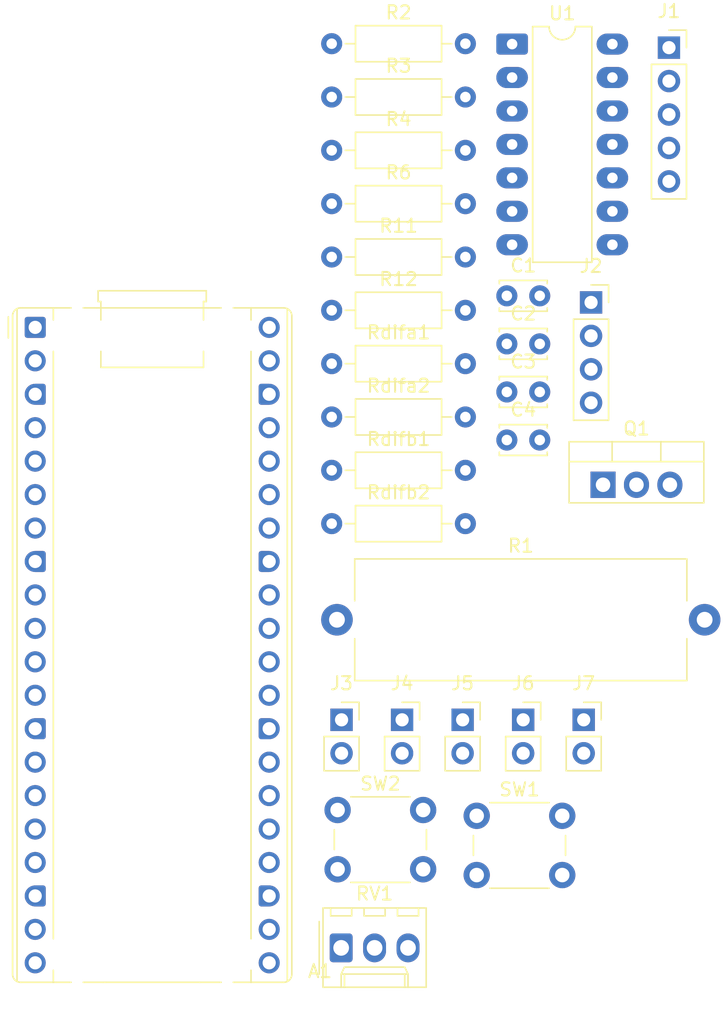
<source format=kicad_pcb>
(kicad_pcb (version 20241229) (generator "pcbnew") (generator_version "9.0")
  (layers (0 "F.Cu" signal) (2 "B.Cu" signal) (13 "F.Paste" user) (15 "B.Paste" user) (5 "F.SilkS" user "F.Silkscreen") (7 "B.SilkS" user "B.Silkscreen") (1 "F.Mask" user) (3 "B.Mask" user) (25 "Edge.Cuts" user))
  (net 0 "")
  (net 3 "+5V")
  (net 5 "LOAD-")
  (net 10 "BTN_STOP")
  (net 12 "I2C_SCL")
  (net 13 "ENC_SW")
  (net 14 "+3V3")
  (net 17 "Vload_LPF")
  (net 20 "I2C_SDA")
  (net 22 "BTN_MENU")
  (net 24 "ENC_CLK")
  (net 25 "Isense")
  (net 26 "ENC_DT")
  (net 31 "MOS_PWM")
  (net 34 "Net-(U1C-+)")
  (net 35 "MOS_GATE")
  (net 36 "R+")
  (net 37 "LOAD+")
  (net 38 "Vload")
  (net 39 "Net-(U1B--)")
  (net 40 "Net-(U1C--)")
  (net 41 "Net-(U1A-+)")
  (net 42 "Net-(U1A--)")
  (net 43 "Net-(RV1-Pad2)")
  (net 45 "VCC")
  (footprint "Connector_PinSocket_2.54mm:PinSocket_1x02_P2.54mm_Vertical" (layer "F.Cu") (at 48.67 71.2)
    (property "Reference" "J3" (at 0 -2.77 0) (layer "F.SilkS"))
    (property "Value" "GND")
    (fp_line (start -1.33 1.27) (end -1.33 3.87) (stroke (width 0.12)) (layer "F.SilkS"))
    (fp_line (start -1.33 1.27) (end 1.33 1.27) (stroke (width 0.12)) (layer "F.SilkS"))
    (fp_line (start -1.33 3.87) (end 1.33 3.87) (stroke (width 0.12)) (layer "F.SilkS"))
    (fp_line (start 0 -1.33) (end 1.33 -1.33) (stroke (width 0.12)) (layer "F.SilkS"))
    (fp_line (start 1.33 -1.33) (end 1.33 0) (stroke (width 0.12)) (layer "F.SilkS"))
    (fp_line (start 1.33 1.27) (end 1.33 3.87) (stroke (width 0.12)) (layer "F.SilkS"))
    (pad "1" thru_hole rect (at 0 0) (size 1.7 1.7) (drill 1) (layers "*.Cu" "*.Mask") (net 5 "LOAD-"))
    (pad "2" thru_hole oval (at 0 2.54) (size 1.7 1.7) (drill 1) (layers "*.Cu" "*.Mask") (net 5 "LOAD-"))
  )
  (footprint "Capacitor_THT:C_Disc_D3.4mm_W2.1mm_P2.50mm" (layer "F.Cu") (at 61.23 39)
    (property "Reference" "C1" (at 1.25 -2.3 0) (layer "F.SilkS"))
    (property "Value" "0.1uF")
    (fp_line (start -0.57 -1.17) (end -0.57 -0.925) (stroke (width 0.12)) (layer "F.SilkS"))
    (fp_line (start -0.57 -1.17) (end 3.07 -1.17) (stroke (width 0.12)) (layer "F.SilkS"))
    (fp_line (start -0.57 0.925) (end -0.57 1.17) (stroke (width 0.12)) (layer "F.SilkS"))
    (fp_line (start -0.57 1.17) (end 3.07 1.17) (stroke (width 0.12)) (layer "F.SilkS"))
    (fp_line (start 3.07 -1.17) (end 3.07 -0.925) (stroke (width 0.12)) (layer "F.SilkS"))
    (fp_line (start 3.07 0.925) (end 3.07 1.17) (stroke (width 0.12)) (layer "F.SilkS"))
    (pad "1" thru_hole circle (at 0 0) (size 1.6 1.6) (drill 0.8) (layers "*.Cu" "*.Mask") (net 17 "Vload_LPF"))
    (pad "2" thru_hole circle (at 2.5 0) (size 1.6 1.6) (drill 0.8) (layers "*.Cu" "*.Mask") (net 5 "LOAD-"))
  )
  (footprint "Connector_PinSocket_2.54mm:PinSocket_1x04_P2.54mm_Vertical" (layer "F.Cu") (at 67.63 39.5)
    (property "Reference" "J2" (at 0 -2.77 0) (layer "F.SilkS"))
    (property "Value" "LCD_I2C")
    (fp_line (start -1.33 1.27) (end -1.33 8.95) (stroke (width 0.12)) (layer "F.SilkS"))
    (fp_line (start -1.33 1.27) (end 1.33 1.27) (stroke (width 0.12)) (layer "F.SilkS"))
    (fp_line (start -1.33 8.95) (end 1.33 8.95) (stroke (width 0.12)) (layer "F.SilkS"))
    (fp_line (start 0 -1.33) (end 1.33 -1.33) (stroke (width 0.12)) (layer "F.SilkS"))
    (fp_line (start 1.33 -1.33) (end 1.33 0) (stroke (width 0.12)) (layer "F.SilkS"))
    (fp_line (start 1.33 1.27) (end 1.33 8.95) (stroke (width 0.12)) (layer "F.SilkS"))
    (pad "1" thru_hole rect (at 0 0) (size 1.7 1.7) (drill 1) (layers "*.Cu" "*.Mask") (net 5 "LOAD-"))
    (pad "2" thru_hole oval (at 0 2.54) (size 1.7 1.7) (drill 1) (layers "*.Cu" "*.Mask") (net 3 "+5V"))
    (pad "3" thru_hole oval (at 0 5.08) (size 1.7 1.7) (drill 1) (layers "*.Cu" "*.Mask") (net 20 "I2C_SDA"))
    (pad "4" thru_hole oval (at 0 7.62) (size 1.7 1.7) (drill 1) (layers "*.Cu" "*.Mask") (net 12 "I2C_SCL"))
  )
  (footprint "Connector_Molex:Molex_KK-254_AE-6410-03A_1x03_P2.54mm_Vertical" (layer "F.Cu") (at 48.64 88.52)
    (property "Reference" "RV1" (at 2.54 -4.12 0) (layer "F.SilkS"))
    (property "Value" "Rdif_adj")
    (fp_line (start -1.67 -2) (end -1.67 2) (stroke (width 0.12)) (layer "F.SilkS"))
    (fp_line (start -1.38 -3.03) (end -1.38 2.99) (stroke (width 0.12)) (layer "F.SilkS"))
    (fp_line (start -1.38 2.99) (end 6.46 2.99) (stroke (width 0.12)) (layer "F.SilkS"))
    (fp_line (start -0.8 -3.03) (end -0.8 -2.43) (stroke (width 0.12)) (layer "F.SilkS"))
    (fp_line (start -0.8 -2.43) (end 0.8 -2.43) (stroke (width 0.12)) (layer "F.SilkS"))
    (fp_line (start 0 1.99) (end 0.25 1.46) (stroke (width 0.12)) (layer "F.SilkS"))
    (fp_line (start 0 1.99) (end 5.08 1.99) (stroke (width 0.12)) (layer "F.SilkS"))
    (fp_line (start 0 2.99) (end 0 1.99) (stroke (width 0.12)) (layer "F.SilkS"))
    (fp_line (start 0.25 1.46) (end 4.83 1.46) (stroke (width 0.12)) (layer "F.SilkS"))
    (fp_line (start 0.25 2.99) (end 0.25 1.99) (stroke (width 0.12)) (layer "F.SilkS"))
    (fp_line (start 0.8 -2.43) (end 0.8 -3.03) (stroke (width 0.12)) (layer "F.SilkS"))
    (fp_line (start 1.74 -3.03) (end 1.74 -2.43) (stroke (width 0.12)) (layer "F.SilkS"))
    (fp_line (start 1.74 -2.43) (end 3.34 -2.43) (stroke (width 0.12)) (layer "F.SilkS"))
    (fp_line (start 3.34 -2.43) (end 3.34 -3.03) (stroke (width 0.12)) (layer "F.SilkS"))
    (fp_line (start 4.28 -3.03) (end 4.28 -2.43) (stroke (width 0.12)) (layer "F.SilkS"))
    (fp_line (start 4.28 -2.43) (end 5.88 -2.43) (stroke (width 0.12)) (layer "F.SilkS"))
    (fp_line (start 4.83 1.46) (end 5.08 1.99) (stroke (width 0.12)) (layer "F.SilkS"))
    (fp_line (start 4.83 2.99) (end 4.83 1.99) (stroke (width 0.12)) (layer "F.SilkS"))
    (fp_line (start 5.08 1.99) (end 5.08 2.99) (stroke (width 0.12)) (layer "F.SilkS"))
    (fp_line (start 5.88 -2.43) (end 5.88 -3.03) (stroke (width 0.12)) (layer "F.SilkS"))
    (fp_line (start 6.46 -3.03) (end -1.38 -3.03) (stroke (width 0.12)) (layer "F.SilkS"))
    (fp_line (start 6.46 2.99) (end 6.46 -3.03) (stroke (width 0.12)) (layer "F.SilkS"))
    (pad "1" thru_hole roundrect (at 0 0) (size 1.74 2.19) (drill 1.19) (layers "*.Cu" "*.Mask") (roundrect_rratio 0.143678) (net 25 "Isense"))
    (pad "2" thru_hole oval (at 2.54 0) (size 1.74 2.19) (drill 1.19) (layers "*.Cu" "*.Mask") (net 43 "Net-(RV1-Pad2)"))
    (pad "3" thru_hole oval (at 5.08 0) (size 1.74 2.19) (drill 1.19) (layers "*.Cu" "*.Mask") (net 43 "Net-(RV1-Pad2)"))
  )
  (footprint "Connector_PinSocket_2.54mm:PinSocket_1x02_P2.54mm_Vertical" (layer "F.Cu") (at 57.87 71.2)
    (property "Reference" "J5" (at 0 -2.77 0) (layer "F.SilkS"))
    (property "Value" "Isense")
    (fp_line (start -1.33 1.27) (end -1.33 3.87) (stroke (width 0.12)) (layer "F.SilkS"))
    (fp_line (start -1.33 1.27) (end 1.33 1.27) (stroke (width 0.12)) (layer "F.SilkS"))
    (fp_line (start -1.33 3.87) (end 1.33 3.87) (stroke (width 0.12)) (layer "F.SilkS"))
    (fp_line (start 0 -1.33) (end 1.33 -1.33) (stroke (width 0.12)) (layer "F.SilkS"))
    (fp_line (start 1.33 -1.33) (end 1.33 0) (stroke (width 0.12)) (layer "F.SilkS"))
    (fp_line (start 1.33 1.27) (end 1.33 3.87) (stroke (width 0.12)) (layer "F.SilkS"))
    (pad "1" thru_hole rect (at 0 0) (size 1.7 1.7) (drill 1) (layers "*.Cu" "*.Mask") (net 25 "Isense"))
    (pad "2" thru_hole oval (at 0 2.54) (size 1.7 1.7) (drill 1) (layers "*.Cu" "*.Mask") (net 25 "Isense"))
  )
  (footprint "Package_TO_SOT_THT:TO-220-3_Vertical" (layer "F.Cu") (at 68.54 53.35)
    (property "Reference" "Q1" (at 2.54 -4.27 0) (layer "F.SilkS"))
    (property "Value" "IRF540N")
    (fp_line (start -2.58 -3.27) (end -2.58 1.371) (stroke (width 0.12)) (layer "F.SilkS"))
    (fp_line (start -2.58 -3.27) (end 7.66 -3.27) (stroke (width 0.12)) (layer "F.SilkS"))
    (fp_line (start -2.58 -1.76) (end 7.66 -1.76) (stroke (width 0.12)) (layer "F.SilkS"))
    (fp_line (start -2.58 1.371) (end 7.66 1.371) (stroke (width 0.12)) (layer "F.SilkS"))
    (fp_line (start 0.69 -3.27) (end 0.69 -1.76) (stroke (width 0.12)) (layer "F.SilkS"))
    (fp_line (start 4.391 -3.27) (end 4.391 -1.76) (stroke (width 0.12)) (layer "F.SilkS"))
    (fp_line (start 7.66 -3.27) (end 7.66 1.371) (stroke (width 0.12)) (layer "F.SilkS"))
    (pad "1" thru_hole rect (at 0 0) (size 1.905 2) (drill 1.1) (layers "*.Cu" "*.Mask") (net 35 "MOS_GATE"))
    (pad "2" thru_hole oval (at 2.54 0) (size 1.905 2) (drill 1.1) (layers "*.Cu" "*.Mask") (net 37 "LOAD+"))
    (pad "3" thru_hole oval (at 5.08 0) (size 1.905 2) (drill 1.1) (layers "*.Cu" "*.Mask") (net 36 "R+"))
  )
  (footprint "Capacitor_THT:C_Disc_D3.4mm_W2.1mm_P2.50mm" (layer "F.Cu") (at 61.23 46.3)
    (property "Reference" "C3" (at 1.25 -2.3 0) (layer "F.SilkS"))
    (property "Value" "0.1uF")
    (fp_line (start -0.57 -1.17) (end -0.57 -0.925) (stroke (width 0.12)) (layer "F.SilkS"))
    (fp_line (start -0.57 -1.17) (end 3.07 -1.17) (stroke (width 0.12)) (layer "F.SilkS"))
    (fp_line (start -0.57 0.925) (end -0.57 1.17) (stroke (width 0.12)) (layer "F.SilkS"))
    (fp_line (start -0.57 1.17) (end 3.07 1.17) (stroke (width 0.12)) (layer "F.SilkS"))
    (fp_line (start 3.07 -1.17) (end 3.07 -0.925) (stroke (width 0.12)) (layer "F.SilkS"))
    (fp_line (start 3.07 0.925) (end 3.07 1.17) (stroke (width 0.12)) (layer "F.SilkS"))
    (pad "1" thru_hole circle (at 0 0) (size 1.6 1.6) (drill 0.8) (layers "*.Cu" "*.Mask") (net 5 "LOAD-"))
    (pad "2" thru_hole circle (at 2.5 0) (size 1.6 1.6) (drill 0.8) (layers "*.Cu" "*.Mask") (net 22 "BTN_MENU"))
  )
  (footprint "Package_DIP:DIP-14_W7.62mm_LongPads" (layer "F.Cu") (at 61.63 19.88)
    (property "Reference" "U1" (at 3.81 -2.33 0) (layer "F.SilkS"))
    (property "Value" "TL084")
    (fp_line (start 1.56 -1.33) (end 1.56 16.57) (stroke (width 0.12)) (layer "F.SilkS"))
    (fp_line (start 1.56 16.57) (end 6.06 16.57) (stroke (width 0.12)) (layer "F.SilkS"))
    (fp_line (start 2.81 -1.33) (end 1.56 -1.33) (stroke (width 0.12)) (layer "F.SilkS"))
    (fp_line (start 6.06 -1.33) (end 4.81 -1.33) (stroke (width 0.12)) (layer "F.SilkS"))
    (fp_line (start 6.06 16.57) (end 6.06 -1.33) (stroke (width 0.12)) (layer "F.SilkS"))
    (fp_arc (start 4.81 -1.33) (mid 3.81 -0.33) (end 2.81 -1.33) (stroke (width 0.12)) (layer "F.SilkS"))
    (pad "1" thru_hole roundrect (at 0 0) (size 2.4 1.6) (drill 0.8) (layers "*.Cu" "*.Mask") (roundrect_rratio 0.15625) (net 25 "Isense"))
    (pad "2" thru_hole oval (at 0 2.54) (size 2.4 1.6) (drill 0.8) (layers "*.Cu" "*.Mask") (net 42 "Net-(U1A--)"))
    (pad "3" thru_hole oval (at 0 5.08) (size 2.4 1.6) (drill 0.8) (layers "*.Cu" "*.Mask") (net 41 "Net-(U1A-+)"))
    (pad "4" thru_hole oval (at 0 7.62) (size 2.4 1.6) (drill 0.8) (layers "*.Cu" "*.Mask") (net 45 "VCC"))
    (pad "5" thru_hole oval (at 0 10.16) (size 2.4 1.6) (drill 0.8) (layers "*.Cu" "*.Mask") (net 38 "Vload"))
    (pad "6" thru_hole oval (at 0 12.7) (size 2.4 1.6) (drill 0.8) (layers "*.Cu" "*.Mask") (net 39 "Net-(U1B--)"))
    (pad "7" thru_hole oval (at 0 15.24) (size 2.4 1.6) (drill 0.8) (layers "*.Cu" "*.Mask") (net 39 "Net-(U1B--)"))
    (pad "8" thru_hole oval (at 7.62 15.24) (size 2.4 1.6) (drill 0.8) (layers "*.Cu" "*.Mask") (net 35 "MOS_GATE"))
    (pad "9" thru_hole oval (at 7.62 12.7) (size 2.4 1.6) (drill 0.8) (layers "*.Cu" "*.Mask") (net 40 "Net-(U1C--)"))
    (pad "10" thru_hole oval (at 7.62 10.16) (size 2.4 1.6) (drill 0.8) (layers "*.Cu" "*.Mask") (net 34 "Net-(U1C-+)"))
    (pad "11" thru_hole oval (at 7.62 7.62) (size 2.4 1.6) (drill 0.8) (layers "*.Cu" "*.Mask") (net 5 "LOAD-"))
    (pad "12" thru_hole oval (at 7.62 5.08) (size 2.4 1.6) (drill 0.8) (layers "*.Cu" "*.Mask"))
    (pad "13" thru_hole oval (at 7.62 2.54) (size 2.4 1.6) (drill 0.8) (layers "*.Cu" "*.Mask"))
    (pad "14" thru_hole oval (at 7.62 0) (size 2.4 1.6) (drill 0.8) (layers "*.Cu" "*.Mask"))
  )
  (footprint "Resistor_THT:R_Axial_DIN0207_L6.3mm_D2.5mm_P10.16mm_Horizontal" (layer "F.Cu") (at 47.92 48.2)
    (property "Reference" "Rdifa2" (at 5.08 -2.37 0) (layer "F.SilkS"))
    (property "Value" "R")
    (fp_line (start 1.04 0) (end 1.81 0) (stroke (width 0.12)) (layer "F.SilkS"))
    (fp_line (start 1.81 -1.37) (end 1.81 1.37) (stroke (width 0.12)) (layer "F.SilkS"))
    (fp_line (start 1.81 1.37) (end 8.35 1.37) (stroke (width 0.12)) (layer "F.SilkS"))
    (fp_line (start 8.35 -1.37) (end 1.81 -1.37) (stroke (width 0.12)) (layer "F.SilkS"))
    (fp_line (start 8.35 1.37) (end 8.35 -1.37) (stroke (width 0.12)) (layer "F.SilkS"))
    (fp_line (start 9.12 0) (end 8.35 0) (stroke (width 0.12)) (layer "F.SilkS"))
    (pad "1" thru_hole circle (at 0 0) (size 1.6 1.6) (drill 0.8) (layers "*.Cu" "*.Mask") (net 41 "Net-(U1A-+)"))
    (pad "2" thru_hole oval (at 10.16 0) (size 1.6 1.6) (drill 0.8) (layers "*.Cu" "*.Mask") (net 43 "Net-(RV1-Pad2)"))
  )
  (footprint "Resistor_THT:R_Axial_DIN0207_L6.3mm_D2.5mm_P10.16mm_Horizontal" (layer "F.Cu") (at 47.92 44.15)
    (property "Reference" "Rdifa1" (at 5.08 -2.37 0) (layer "F.SilkS"))
    (property "Value" "R")
    (fp_line (start 1.04 0) (end 1.81 0) (stroke (width 0.12)) (layer "F.SilkS"))
    (fp_line (start 1.81 -1.37) (end 1.81 1.37) (stroke (width 0.12)) (layer "F.SilkS"))
    (fp_line (start 1.81 1.37) (end 8.35 1.37) (stroke (width 0.12)) (layer "F.SilkS"))
    (fp_line (start 8.35 -1.37) (end 1.81 -1.37) (stroke (width 0.12)) (layer "F.SilkS"))
    (fp_line (start 8.35 1.37) (end 8.35 -1.37) (stroke (width 0.12)) (layer "F.SilkS"))
    (fp_line (start 9.12 0) (end 8.35 0) (stroke (width 0.12)) (layer "F.SilkS"))
    (pad "1" thru_hole circle (at 0 0) (size 1.6 1.6) (drill 0.8) (layers "*.Cu" "*.Mask") (net 36 "R+"))
    (pad "2" thru_hole oval (at 10.16 0) (size 1.6 1.6) (drill 0.8) (layers "*.Cu" "*.Mask") (net 41 "Net-(U1A-+)"))
  )
  (footprint "Capacitor_THT:C_Disc_D3.4mm_W2.1mm_P2.50mm" (layer "F.Cu") (at 61.23 49.95)
    (property "Reference" "C4" (at 1.25 -2.3 0) (layer "F.SilkS"))
    (property "Value" "0.1uF")
    (fp_line (start -0.57 -1.17) (end -0.57 -0.925) (stroke (width 0.12)) (layer "F.SilkS"))
    (fp_line (start -0.57 -1.17) (end 3.07 -1.17) (stroke (width 0.12)) (layer "F.SilkS"))
    (fp_line (start -0.57 0.925) (end -0.57 1.17) (stroke (width 0.12)) (layer "F.SilkS"))
    (fp_line (start -0.57 1.17) (end 3.07 1.17) (stroke (width 0.12)) (layer "F.SilkS"))
    (fp_line (start 3.07 -1.17) (end 3.07 -0.925) (stroke (width 0.12)) (layer "F.SilkS"))
    (fp_line (start 3.07 0.925) (end 3.07 1.17) (stroke (width 0.12)) (layer "F.SilkS"))
    (pad "1" thru_hole circle (at 0 0) (size 1.6 1.6) (drill 0.8) (layers "*.Cu" "*.Mask") (net 5 "LOAD-"))
    (pad "2" thru_hole circle (at 2.5 0) (size 1.6 1.6) (drill 0.8) (layers "*.Cu" "*.Mask") (net 10 "BTN_STOP"))
  )
  (footprint "Connector_PinSocket_2.54mm:PinSocket_1x05_P2.54mm_Vertical" (layer "F.Cu") (at 73.55 20.15)
    (property "Reference" "J1" (at 0 -2.77 0) (layer "F.SilkS"))
    (property "Value" "Encoder")
    (fp_line (start -1.33 1.27) (end -1.33 11.49) (stroke (width 0.12)) (layer "F.SilkS"))
    (fp_line (start -1.33 1.27) (end 1.33 1.27) (stroke (width 0.12)) (layer "F.SilkS"))
    (fp_line (start -1.33 11.49) (end 1.33 11.49) (stroke (width 0.12)) (layer "F.SilkS"))
    (fp_line (start 0 -1.33) (end 1.33 -1.33) (stroke (width 0.12)) (layer "F.SilkS"))
    (fp_line (start 1.33 -1.33) (end 1.33 0) (stroke (width 0.12)) (layer "F.SilkS"))
    (fp_line (start 1.33 1.27) (end 1.33 11.49) (stroke (width 0.12)) (layer "F.SilkS"))
    (pad "1" thru_hole rect (at 0 0) (size 1.7 1.7) (drill 1) (layers "*.Cu" "*.Mask") (net 5 "LOAD-"))
    (pad "2" thru_hole oval (at 0 2.54) (size 1.7 1.7) (drill 1) (layers "*.Cu" "*.Mask") (net 14 "+3V3"))
    (pad "3" thru_hole oval (at 0 5.08) (size 1.7 1.7) (drill 1) (layers "*.Cu" "*.Mask") (net 13 "ENC_SW"))
    (pad "4" thru_hole oval (at 0 7.62) (size 1.7 1.7) (drill 1) (layers "*.Cu" "*.Mask") (net 26 "ENC_DT"))
    (pad "5" thru_hole oval (at 0 10.16) (size 1.7 1.7) (drill 1) (layers "*.Cu" "*.Mask") (net 24 "ENC_CLK"))
  )
  (footprint "Resistor_THT:R_Axial_DIN0207_L6.3mm_D2.5mm_P10.16mm_Horizontal" (layer "F.Cu") (at 47.92 19.85)
    (property "Reference" "R2" (at 5.08 -2.37 0) (layer "F.SilkS"))
    (property "Value" "R")
    (fp_line (start 1.04 0) (end 1.81 0) (stroke (width 0.12)) (layer "F.SilkS"))
    (fp_line (start 1.81 -1.37) (end 1.81 1.37) (stroke (width 0.12)) (layer "F.SilkS"))
    (fp_line (start 1.81 1.37) (end 8.35 1.37) (stroke (width 0.12)) (layer "F.SilkS"))
    (fp_line (start 8.35 -1.37) (end 1.81 -1.37) (stroke (width 0.12)) (layer "F.SilkS"))
    (fp_line (start 8.35 1.37) (end 8.35 -1.37) (stroke (width 0.12)) (layer "F.SilkS"))
    (fp_line (start 9.12 0) (end 8.35 0) (stroke (width 0.12)) (layer "F.SilkS"))
    (pad "1" thru_hole circle (at 0 0) (size 1.6 1.6) (drill 0.8) (layers "*.Cu" "*.Mask") (net 37 "LOAD+"))
    (pad "2" thru_hole oval (at 10.16 0) (size 1.6 1.6) (drill 0.8) (layers "*.Cu" "*.Mask") (net 38 "Vload"))
  )
  (footprint "Button_Switch_THT:SW_PUSH_6mm" (layer "F.Cu") (at 58.94 78.49)
    (property "Reference" "SW1" (at 3.25 -2 0) (layer "F.SilkS"))
    (property "Value" "BTN_MENU")
    (fp_line (start -0.25 1.5) (end -0.25 3) (stroke (width 0.12)) (layer "F.SilkS"))
    (fp_line (start 1 5.5) (end 5.5 5.5) (stroke (width 0.12)) (layer "F.SilkS"))
    (fp_line (start 5.5 -1) (end 1 -1) (stroke (width 0.12)) (layer "F.SilkS"))
    (fp_line (start 6.75 3) (end 6.75 1.5) (stroke (width 0.12)) (layer "F.SilkS"))
    (pad "1" thru_hole circle (at 0 0 90) (size 2 2) (drill 1.1) (layers "*.Cu" "*.Mask") (net 5 "LOAD-"))
    (pad "1" thru_hole circle (at 6.5 0 90) (size 2 2) (drill 1.1) (layers "*.Cu" "*.Mask") (net 5 "LOAD-"))
    (pad "2" thru_hole circle (at 0 4.5 90) (size 2 2) (drill 1.1) (layers "*.Cu" "*.Mask") (net 22 "BTN_MENU"))
    (pad "2" thru_hole circle (at 6.5 4.5 90) (size 2 2) (drill 1.1) (layers "*.Cu" "*.Mask") (net 22 "BTN_MENU"))
  )
  (footprint "Resistor_THT:R_Axial_DIN0207_L6.3mm_D2.5mm_P10.16mm_Horizontal" (layer "F.Cu") (at 47.92 52.25)
    (property "Reference" "Rdifb1" (at 5.08 -2.37 0) (layer "F.SilkS"))
    (property "Value" "R")
    (fp_line (start 1.04 0) (end 1.81 0) (stroke (width 0.12)) (layer "F.SilkS"))
    (fp_line (start 1.81 -1.37) (end 1.81 1.37) (stroke (width 0.12)) (layer "F.SilkS"))
    (fp_line (start 1.81 1.37) (end 8.35 1.37) (stroke (width 0.12)) (layer "F.SilkS"))
    (fp_line (start 8.35 -1.37) (end 1.81 -1.37) (stroke (width 0.12)) (layer "F.SilkS"))
    (fp_line (start 8.35 1.37) (end 8.35 -1.37) (stroke (width 0.12)) (layer "F.SilkS"))
    (fp_line (start 9.12 0) (end 8.35 0) (stroke (width 0.12)) (layer "F.SilkS"))
    (pad "1" thru_hole circle (at 0 0) (size 1.6 1.6) (drill 0.8) (layers "*.Cu" "*.Mask") (net 42 "Net-(U1A--)"))
    (pad "2" thru_hole oval (at 10.16 0) (size 1.6 1.6) (drill 0.8) (layers "*.Cu" "*.Mask") (net 5 "LOAD-"))
  )
  (footprint "Resistor_THT:R_Axial_DIN0207_L6.3mm_D2.5mm_P10.16mm_Horizontal" (layer "F.Cu") (at 47.92 36.05)
    (property "Reference" "R11" (at 5.08 -2.37 0) (layer "F.SilkS"))
    (property "Value" "R")
    (fp_line (start 1.04 0) (end 1.81 0) (stroke (width 0.12)) (layer "F.SilkS"))
    (fp_line (start 1.81 -1.37) (end 1.81 1.37) (stroke (width 0.12)) (layer "F.SilkS"))
    (fp_line (start 1.81 1.37) (end 8.35 1.37) (stroke (width 0.12)) (layer "F.SilkS"))
    (fp_line (start 8.35 -1.37) (end 1.81 -1.37) (stroke (width 0.12)) (layer "F.SilkS"))
    (fp_line (start 8.35 1.37) (end 8.35 -1.37) (stroke (width 0.12)) (layer "F.SilkS"))
    (fp_line (start 9.12 0) (end 8.35 0) (stroke (width 0.12)) (layer "F.SilkS"))
    (pad "1" thru_hole circle (at 0 0) (size 1.6 1.6) (drill 0.8) (layers "*.Cu" "*.Mask") (net 40 "Net-(U1C--)"))
    (pad "2" thru_hole oval (at 10.16 0) (size 1.6 1.6) (drill 0.8) (layers "*.Cu" "*.Mask") (net 35 "MOS_GATE"))
  )
  (footprint "Button_Switch_THT:SW_PUSH_6mm" (layer "F.Cu") (at 48.37 78.05)
    (property "Reference" "SW2" (at 3.25 -2 0) (layer "F.SilkS"))
    (property "Value" "BTN_STOP")
    (fp_line (start -0.25 1.5) (end -0.25 3) (stroke (width 0.12)) (layer "F.SilkS"))
    (fp_line (start 1 5.5) (end 5.5 5.5) (stroke (width 0.12)) (layer "F.SilkS"))
    (fp_line (start 5.5 -1) (end 1 -1) (stroke (width 0.12)) (layer "F.SilkS"))
    (fp_line (start 6.75 3) (end 6.75 1.5) (stroke (width 0.12)) (layer "F.SilkS"))
    (pad "1" thru_hole circle (at 0 0 90) (size 2 2) (drill 1.1) (layers "*.Cu" "*.Mask") (net 5 "LOAD-"))
    (pad "1" thru_hole circle (at 6.5 0 90) (size 2 2) (drill 1.1) (layers "*.Cu" "*.Mask") (net 5 "LOAD-"))
    (pad "2" thru_hole circle (at 0 4.5 90) (size 2 2) (drill 1.1) (layers "*.Cu" "*.Mask") (net 10 "BTN_STOP"))
    (pad "2" thru_hole circle (at 6.5 4.5 90) (size 2 2) (drill 1.1) (layers "*.Cu" "*.Mask") (net 10 "BTN_STOP"))
  )
  (footprint "Connector_PinSocket_2.54mm:PinSocket_1x02_P2.54mm_Vertical" (layer "F.Cu") (at 62.47 71.2)
    (property "Reference" "J6" (at 0 -2.77 0) (layer "F.SilkS"))
    (property "Value" "Vload_LPF")
    (fp_line (start -1.33 1.27) (end -1.33 3.87) (stroke (width 0.12)) (layer "F.SilkS"))
    (fp_line (start -1.33 1.27) (end 1.33 1.27) (stroke (width 0.12)) (layer "F.SilkS"))
    (fp_line (start -1.33 3.87) (end 1.33 3.87) (stroke (width 0.12)) (layer "F.SilkS"))
    (fp_line (start 0 -1.33) (end 1.33 -1.33) (stroke (width 0.12)) (layer "F.SilkS"))
    (fp_line (start 1.33 -1.33) (end 1.33 0) (stroke (width 0.12)) (layer "F.SilkS"))
    (fp_line (start 1.33 1.27) (end 1.33 3.87) (stroke (width 0.12)) (layer "F.SilkS"))
    (pad "1" thru_hole rect (at 0 0) (size 1.7 1.7) (drill 1) (layers "*.Cu" "*.Mask") (net 17 "Vload_LPF"))
    (pad "2" thru_hole oval (at 0 2.54) (size 1.7 1.7) (drill 1) (layers "*.Cu" "*.Mask") (net 17 "Vload_LPF"))
  )
  (footprint "Resistor_THT:R_Axial_DIN0207_L6.3mm_D2.5mm_P10.16mm_Horizontal" (layer "F.Cu") (at 47.92 27.95)
    (property "Reference" "R4" (at 5.08 -2.37 0) (layer "F.SilkS"))
    (property "Value" "4.7k")
    (fp_line (start 1.04 0) (end 1.81 0) (stroke (width 0.12)) (layer "F.SilkS"))
    (fp_line (start 1.81 -1.37) (end 1.81 1.37) (stroke (width 0.12)) (layer "F.SilkS"))
    (fp_line (start 1.81 1.37) (end 8.35 1.37) (stroke (width 0.12)) (layer "F.SilkS"))
    (fp_line (start 8.35 -1.37) (end 1.81 -1.37) (stroke (width 0.12)) (layer "F.SilkS"))
    (fp_line (start 8.35 1.37) (end 8.35 -1.37) (stroke (width 0.12)) (layer "F.SilkS"))
    (fp_line (start 9.12 0) (end 8.35 0) (stroke (width 0.12)) (layer "F.SilkS"))
    (pad "1" thru_hole circle (at 0 0) (size 1.6 1.6) (drill 0.8) (layers "*.Cu" "*.Mask") (net 39 "Net-(U1B--)"))
    (pad "2" thru_hole oval (at 10.16 0) (size 1.6 1.6) (drill 0.8) (layers "*.Cu" "*.Mask") (net 17 "Vload_LPF"))
  )
  (footprint "Connector_PinSocket_2.54mm:PinSocket_1x02_P2.54mm_Vertical" (layer "F.Cu") (at 67.07 71.2)
    (property "Reference" "J7" (at 0 -2.77 0) (layer "F.SilkS"))
    (property "Value" "5V")
    (fp_line (start -1.33 1.27) (end -1.33 3.87) (stroke (width 0.12)) (layer "F.SilkS"))
    (fp_line (start -1.33 1.27) (end 1.33 1.27) (stroke (width 0.12)) (layer "F.SilkS"))
    (fp_line (start -1.33 3.87) (end 1.33 3.87) (stroke (width 0.12)) (layer "F.SilkS"))
    (fp_line (start 0 -1.33) (end 1.33 -1.33) (stroke (width 0.12)) (layer "F.SilkS"))
    (fp_line (start 1.33 -1.33) (end 1.33 0) (stroke (width 0.12)) (layer "F.SilkS"))
    (fp_line (start 1.33 1.27) (end 1.33 3.87) (stroke (width 0.12)) (layer "F.SilkS"))
    (pad "1" thru_hole rect (at 0 0) (size 1.7 1.7) (drill 1) (layers "*.Cu" "*.Mask") (net 3 "+5V"))
    (pad "2" thru_hole oval (at 0 2.54) (size 1.7 1.7) (drill 1) (layers "*.Cu" "*.Mask") (net 3 "+5V"))
  )
  (footprint "Resistor_THT:R_Axial_DIN0207_L6.3mm_D2.5mm_P10.16mm_Horizontal" (layer "F.Cu") (at 47.92 32)
    (property "Reference" "R6" (at 5.08 -2.37 0) (layer "F.SilkS"))
    (property "Value" "4.7k")
    (fp_line (start 1.04 0) (end 1.81 0) (stroke (width 0.12)) (layer "F.SilkS"))
    (fp_line (start 1.81 -1.37) (end 1.81 1.37) (stroke (width 0.12)) (layer "F.SilkS"))
    (fp_line (start 1.81 1.37) (end 8.35 1.37) (stroke (width 0.12)) (layer "F.SilkS"))
    (fp_line (start 8.35 -1.37) (end 1.81 -1.37) (stroke (width 0.12)) (layer "F.SilkS"))
    (fp_line (start 8.35 1.37) (end 8.35 -1.37) (stroke (width 0.12)) (layer "F.SilkS"))
    (fp_line (start 9.12 0) (end 8.35 0) (stroke (width 0.12)) (layer "F.SilkS"))
    (pad "1" thru_hole circle (at 0 0) (size 1.6 1.6) (drill 0.8) (layers "*.Cu" "*.Mask") (net 31 "MOS_PWM"))
    (pad "2" thru_hole oval (at 10.16 0) (size 1.6 1.6) (drill 0.8) (layers "*.Cu" "*.Mask") (net 34 "Net-(U1C-+)"))
  )
  (footprint "Connector_PinSocket_2.54mm:PinSocket_1x02_P2.54mm_Vertical" (layer "F.Cu") (at 53.27 71.2)
    (property "Reference" "J4" (at 0 -2.77 0) (layer "F.SilkS"))
    (property "Value" "MOS_GATE")
    (fp_line (start -1.33 1.27) (end -1.33 3.87) (stroke (width 0.12)) (layer "F.SilkS"))
    (fp_line (start -1.33 1.27) (end 1.33 1.27) (stroke (width 0.12)) (layer "F.SilkS"))
    (fp_line (start -1.33 3.87) (end 1.33 3.87) (stroke (width 0.12)) (layer "F.SilkS"))
    (fp_line (start 0 -1.33) (end 1.33 -1.33) (stroke (width 0.12)) (layer "F.SilkS"))
    (fp_line (start 1.33 -1.33) (end 1.33 0) (stroke (width 0.12)) (layer "F.SilkS"))
    (fp_line (start 1.33 1.27) (end 1.33 3.87) (stroke (width 0.12)) (layer "F.SilkS"))
    (pad "1" thru_hole rect (at 0 0) (size 1.7 1.7) (drill 1) (layers "*.Cu" "*.Mask") (net 35 "MOS_GATE"))
    (pad "2" thru_hole oval (at 0 2.54) (size 1.7 1.7) (drill 1) (layers "*.Cu" "*.Mask") (net 35 "MOS_GATE"))
  )
  (footprint "Resistor_THT:R_Axial_DIN0207_L6.3mm_D2.5mm_P10.16mm_Horizontal" (layer "F.Cu") (at 47.92 23.9)
    (property "Reference" "R3" (at 5.08 -2.37 0) (layer "F.SilkS"))
    (property "Value" "R")
    (fp_line (start 1.04 0) (end 1.81 0) (stroke (width 0.12)) (layer "F.SilkS"))
    (fp_line (start 1.81 -1.37) (end 1.81 1.37) (stroke (width 0.12)) (layer "F.SilkS"))
    (fp_line (start 1.81 1.37) (end 8.35 1.37) (stroke (width 0.12)) (layer "F.SilkS"))
    (fp_line (start 8.35 -1.37) (end 1.81 -1.37) (stroke (width 0.12)) (layer "F.SilkS"))
    (fp_line (start 8.35 1.37) (end 8.35 -1.37) (stroke (width 0.12)) (layer "F.SilkS"))
    (fp_line (start 9.12 0) (end 8.35 0) (stroke (width 0.12)) (layer "F.SilkS"))
    (pad "1" thru_hole circle (at 0 0) (size 1.6 1.6) (drill 0.8) (layers "*.Cu" "*.Mask") (net 38 "Vload"))
    (pad "2" thru_hole oval (at 10.16 0) (size 1.6 1.6) (drill 0.8) (layers "*.Cu" "*.Mask") (net 5 "LOAD-"))
  )
  (footprint "Resistor_THT:R_Axial_Power_L25.0mm_W9.0mm_P27.94mm" (layer "F.Cu") (at 48.32 63.6)
    (property "Reference" "R1" (at 13.97 -5.62 0) (layer "F.SilkS"))
    (property "Value" "E100")
    (fp_line (start 1.35 -4.62) (end 26.59 -4.62) (stroke (width 0.12)) (layer "F.SilkS"))
    (fp_line (start 1.35 -1.44) (end 1.35 -4.62) (stroke (width 0.12)) (layer "F.SilkS"))
    (fp_line (start 1.35 1.44) (end 1.35 4.62) (stroke (width 0.12)) (layer "F.SilkS"))
    (fp_line (start 1.35 4.62) (end 26.59 4.62) (stroke (width 0.12)) (layer "F.SilkS"))
    (fp_line (start 26.59 -4.62) (end 26.59 -1.44) (stroke (width 0.12)) (layer "F.SilkS"))
    (fp_line (start 26.59 4.62) (end 26.59 1.44) (stroke (width 0.12)) (layer "F.SilkS"))
    (pad "1" thru_hole circle (at 0 0) (size 2.4 2.4) (drill 1.2) (layers "*.Cu" "*.Mask") (net 36 "R+"))
    (pad "2" thru_hole oval (at 27.94 0) (size 2.4 2.4) (drill 1.2) (layers "*.Cu" "*.Mask") (net 5 "LOAD-"))
  )
  (footprint "Capacitor_THT:C_Disc_D3.4mm_W2.1mm_P2.50mm" (layer "F.Cu") (at 61.23 42.65)
    (property "Reference" "C2" (at 1.25 -2.3 0) (layer "F.SilkS"))
    (property "Value" "0.1uF")
    (fp_line (start -0.57 -1.17) (end -0.57 -0.925) (stroke (width 0.12)) (layer "F.SilkS"))
    (fp_line (start -0.57 -1.17) (end 3.07 -1.17) (stroke (width 0.12)) (layer "F.SilkS"))
    (fp_line (start -0.57 0.925) (end -0.57 1.17) (stroke (width 0.12)) (layer "F.SilkS"))
    (fp_line (start -0.57 1.17) (end 3.07 1.17) (stroke (width 0.12)) (layer "F.SilkS"))
    (fp_line (start 3.07 -1.17) (end 3.07 -0.925) (stroke (width 0.12)) (layer "F.SilkS"))
    (fp_line (start 3.07 0.925) (end 3.07 1.17) (stroke (width 0.12)) (layer "F.SilkS"))
    (pad "1" thru_hole circle (at 0 0) (size 1.6 1.6) (drill 0.8) (layers "*.Cu" "*.Mask") (net 34 "Net-(U1C-+)"))
    (pad "2" thru_hole circle (at 2.5 0) (size 1.6 1.6) (drill 0.8) (layers "*.Cu" "*.Mask") (net 5 "LOAD-"))
  )
  (footprint "Module:RaspberryPi_Pico_Common_THT" (layer "F.Cu") (at 25.39 41.395)
    (property "Reference" "A1" (at 20.6375 48.895 0) (layer "F.SilkS") (effects (justify left)))
    (property "Value" "RaspberryPi_Pico")
    (fp_line (start -2.04 0.8) (end -2.04 -0.8) (stroke (width 0.12)) (layer "F.SilkS"))
    (fp_line (start -1.72 -0.87) (end -1.72 49.13) (stroke (width 0.12)) (layer "F.SilkS"))
    (fp_line (start -1.38 -1.417) (end -1.38 49.677) (stroke (width 0.12)) (layer "F.SilkS"))
    (fp_line (start -1.11 -1.48) (end 1.38 -1.48) (stroke (width 0.12)) (layer "F.SilkS"))
    (fp_line (start -1.11 49.74) (end 2.727939 49.74) (stroke (width 0.12)) (layer "F.SilkS"))
    (fp_line (start 1.38 -1.48) (end 1.38 -0.56648) (stroke (width 0.12)) (layer "F.SilkS"))
    (fp_line (start 1.38 -1.48) (end 2.72794 -1.48) (stroke (width 0.12)) (layer "F.SilkS"))
    (fp_line (start 1.38 1.82648) (end 1.38 46.43352) (stroke (width 0.12)) (layer "F.SilkS"))
    (fp_line (start 1.38 48.82648) (end 1.38 49.74) (stroke (width 0.12)) (layer "F.SilkS"))
    (fp_line (start 3.652061 -1.48) (end 4.655 -1.48) (stroke (width 0.12)) (layer "F.SilkS"))
    (fp_line (start 4.655 -1.48) (end 13.125 -1.48) (stroke (width 0.12)) (layer "F.SilkS"))
    (fp_line (start 4.78 -2.78) (end 4.78 -1.96) (stroke (width 0.12)) (layer "F.SilkS"))
    (fp_line (start 4.78 -2.78) (end 13 -2.78) (stroke (width 0.12)) (layer "F.SilkS"))
    (fp_line (start 4.78 -1.96) (end 4.99 -1.96) (stroke (width 0.12)) (layer "F.SilkS"))
    (fp_line (start 4.99 -1.96) (end 4.99 -0.564) (stroke (width 0.12)) (layer "F.SilkS"))
    (fp_line (start 4.99 1.824) (end 4.99 3.04) (stroke (width 0.12)) (layer "F.SilkS"))
    (fp_line (start 5.29 49.74) (end 3.652061 49.74) (stroke (width 0.12)) (layer "F.SilkS"))
    (fp_line (start 12.49 49.74) (end 5.29 49.74) (stroke (width 0.12)) (layer "F.SilkS"))
    (fp_line (start 12.79 -1.96) (end 12.79 -0.564) (stroke (width 0.12)) (layer "F.SilkS"))
    (fp_line (start 12.79 1.824) (end 12.79 3.04) (stroke (width 0.12)) (layer "F.SilkS"))
    (fp_line (start 12.79 3.04) (end 4.99 3.04) (stroke (width 0.12)) (layer "F.SilkS"))
    (fp_line (start 13 -2.78) (end 13 -1.96) (stroke (width 0.12)) (layer "F.SilkS"))
    (fp_line (start 13 -1.96) (end 12.79 -1.96) (stroke (width 0.12)) (layer "F.SilkS"))
    (fp_line (start 13.125 -1.48) (end 14.127939 -1.48) (stroke (width 0.12)) (layer "F.SilkS"))
    (fp_line (start 14.127939 49.74) (end 12.49 49.74) (stroke (width 0.12)) (layer "F.SilkS"))
    (fp_line (start 15.052061 -1.48) (end 16.4 -1.48) (stroke (width 0.12)) (layer "F.SilkS"))
    (fp_line (start 15.052061 49.74) (end 18.89 49.74) (stroke (width 0.12)) (layer "F.SilkS"))
    (fp_line (start 16.4 -1.48) (end 16.4 -0.56648) (stroke (width 0.12)) (layer "F.SilkS"))
    (fp_line (start 16.4 1.82648) (end 16.4 46.43352) (stroke (width 0.12)) (layer "F.SilkS"))
    (fp_line (start 16.4 48.82648) (end 16.4 49.74) (stroke (width 0.12)) (layer "F.SilkS"))
    (fp_line (start 18.89 -1.48) (end 16.4 -1.48) (stroke (width 0.12)) (layer "F.SilkS"))
    (fp_line (start 19.16 49.677) (end 19.16 -1.417) (stroke (width 0.12)) (layer "F.SilkS"))
    (fp_line (start 19.5 -0.87) (end 19.5 49.13) (stroke (width 0.12)) (layer "F.SilkS"))
    (fp_arc (start -1.72 -0.87) (mid -1.541335 -1.301335) (end -1.11 -1.48) (stroke (width 0.12)) (layer "F.SilkS"))
    (fp_arc (start -1.11 49.74) (mid -1.541364 49.561364) (end -1.72 49.13) (stroke (width 0.12)) (layer "F.SilkS"))
    (fp_arc (start 18.89 -1.48) (mid 19.321335 -1.301335) (end 19.5 -0.87) (stroke (width 0.12)) (layer "F.SilkS"))
    (fp_arc (start 19.5 49.13) (mid 19.321335 49.561335) (end 18.89 49.74) (stroke (width 0.12)) (layer "F.SilkS"))
    (pad "1" thru_hole roundrect (at 0 0) (size 1.6 1.6) (drill 1) (layers "*.Cu" "*.Mask") (roundrect_rratio 0.125))
    (pad "2" thru_hole circle (at 0 2.54) (size 1.6 1.6) (drill 1) (layers "*.Cu" "*.Mask"))
    (pad "3" thru_hole custom (at 0 5.08) (size 1.6 1.6) (drill 1) (layers "*.Cu" "*.Mask") (net 5 "LOAD-") (options (clearance outline) (anchor circle)) (primitives (gr_poly (pts (xy 0.8 0.6) (xy 0.8 -0.6) (xy 0.6 -0.8) (xy 0 -0.8) (xy 0 0.8) (xy 0.6 0.8)) (width 0) (fill yes)) (gr_circle (center 0.6 0.6) (end 0.8 0.6) (width 0) (fill yes)) (gr_circle (center 0.6 -0.6) (end 0.8 -0.6) (width 0) (fill yes))))
    (pad "4" thru_hole circle (at 0 7.62) (size 1.6 1.6) (drill 1) (layers "*.Cu" "*.Mask"))
    (pad "5" thru_hole circle (at 0 10.16) (size 1.6 1.6) (drill 1) (layers "*.Cu" "*.Mask"))
    (pad "6" thru_hole circle (at 0 12.7) (size 1.6 1.6) (drill 1) (layers "*.Cu" "*.Mask"))
    (pad "7" thru_hole circle (at 0 15.24) (size 1.6 1.6) (drill 1) (layers "*.Cu" "*.Mask"))
    (pad "8" thru_hole custom (at 0 17.78) (size 1.6 1.6) (drill 1) (layers "*.Cu" "*.Mask") (net 5 "LOAD-") (options (clearance outline) (anchor circle)) (primitives (gr_poly (pts (xy 0.8 0.6) (xy 0.8 -0.6) (xy 0.6 -0.8) (xy 0 -0.8) (xy 0 0.8) (xy 0.6 0.8)) (width 0) (fill yes)) (gr_circle (center 0.6 0.6) (end 0.8 0.6) (width 0) (fill yes)) (gr_circle (center 0.6 -0.6) (end 0.8 -0.6) (width 0) (fill yes))))
    (pad "9" thru_hole circle (at 0 20.32) (size 1.6 1.6) (drill 1) (layers "*.Cu" "*.Mask"))
    (pad "10" thru_hole circle (at 0 22.86) (size 1.6 1.6) (drill 1) (layers "*.Cu" "*.Mask") (net 22 "BTN_MENU"))
    (pad "11" thru_hole circle (at 0 25.4) (size 1.6 1.6) (drill 1) (layers "*.Cu" "*.Mask") (net 10 "BTN_STOP"))
    (pad "12" thru_hole circle (at 0 27.94) (size 1.6 1.6) (drill 1) (layers "*.Cu" "*.Mask"))
    (pad "13" thru_hole custom (at 0 30.48) (size 1.6 1.6) (drill 1) (layers "*.Cu" "*.Mask") (net 5 "LOAD-") (options (clearance outline) (anchor circle)) (primitives (gr_poly (pts (xy 0.8 0.6) (xy 0.8 -0.6) (xy 0.6 -0.8) (xy 0 -0.8) (xy 0 0.8) (xy 0.6 0.8)) (width 0) (fill yes)) (gr_circle (center 0.6 0.6) (end 0.8 0.6) (width 0) (fill yes)) (gr_circle (center 0.6 -0.6) (end 0.8 -0.6) (width 0) (fill yes))))
    (pad "14" thru_hole circle (at 0 33.02) (size 1.6 1.6) (drill 1) (layers "*.Cu" "*.Mask"))
    (pad "15" thru_hole circle (at 0 35.56) (size 1.6 1.6) (drill 1) (layers "*.Cu" "*.Mask") (net 24 "ENC_CLK"))
    (pad "16" thru_hole circle (at 0 38.1) (size 1.6 1.6) (drill 1) (layers "*.Cu" "*.Mask") (net 26 "ENC_DT"))
    (pad "17" thru_hole circle (at 0 40.64) (size 1.6 1.6) (drill 1) (layers "*.Cu" "*.Mask") (net 13 "ENC_SW"))
    (pad "18" thru_hole custom (at 0 43.18) (size 1.6 1.6) (drill 1) (layers "*.Cu" "*.Mask") (net 5 "LOAD-") (options (clearance outline) (anchor circle)) (primitives (gr_poly (pts (xy 0.8 0.6) (xy 0.8 -0.6) (xy 0.6 -0.8) (xy 0 -0.8) (xy 0 0.8) (xy 0.6 0.8)) (width 0) (fill yes)) (gr_circle (center 0.6 0.6) (end 0.8 0.6) (width 0) (fill yes)) (gr_circle (center 0.6 -0.6) (end 0.8 -0.6) (width 0) (fill yes))))
    (pad "19" thru_hole circle (at 0 45.72) (size 1.6 1.6) (drill 1) (layers "*.Cu" "*.Mask"))
    (pad "20" thru_hole circle (at 0 48.26) (size 1.6 1.6) (drill 1) (layers "*.Cu" "*.Mask"))
    (pad "21" thru_hole circle (at 17.78 48.26) (size 1.6 1.6) (drill 1) (layers "*.Cu" "*.Mask") (net 20 "I2C_SDA"))
    (pad "22" thru_hole circle (at 17.78 45.72) (size 1.6 1.6) (drill 1) (layers "*.Cu" "*.Mask") (net 12 "I2C_SCL"))
    (pad "23" thru_hole custom (at 17.78 43.18) (size 1.6 1.6) (drill 1) (layers "*.Cu" "*.Mask") (net 5 "LOAD-") (options (clearance outline) (anchor circle)) (primitives (gr_poly (pts (xy -0.8 0.6) (xy -0.8 -0.6) (xy -0.6 -0.8) (xy 0 -0.8) (xy 0 0.8) (xy -0.6 0.8)) (width 0) (fill yes)) (gr_circle (center -0.6 0.6) (end -0.4 0.6) (width 0) (fill yes)) (gr_circle (center -0.6 -0.6) (end -0.4 -0.6) (width 0) (fill yes))))
    (pad "24" thru_hole circle (at 17.78 40.64) (size 1.6 1.6) (drill 1) (layers "*.Cu" "*.Mask") (net 31 "MOS_PWM"))
    (pad "25" thru_hole circle (at 17.78 38.1) (size 1.6 1.6) (drill 1) (layers "*.Cu" "*.Mask"))
    (pad "26" thru_hole circle (at 17.78 35.56) (size 1.6 1.6) (drill 1) (layers "*.Cu" "*.Mask"))
    (pad "27" thru_hole circle (at 17.78 33.02) (size 1.6 1.6) (drill 1) (layers "*.Cu" "*.Mask"))
    (pad "28" thru_hole custom (at 17.78 30.48) (size 1.6 1.6) (drill 1) (layers "*.Cu" "*.Mask") (net 5 "LOAD-") (options (clearance outline) (anchor circle)) (primitives (gr_poly (pts (xy -0.8 0.6) (xy -0.8 -0.6) (xy -0.6 -0.8) (xy 0 -0.8) (xy 0 0.8) (xy -0.6 0.8)) (width 0) (fill yes)) (gr_circle (center -0.6 0.6) (end -0.4 0.6) (width 0) (fill yes)) (gr_circle (center -0.6 -0.6) (end -0.4 -0.6) (width 0) (fill yes))))
    (pad "29" thru_hole circle (at 17.78 27.94) (size 1.6 1.6) (drill 1) (layers "*.Cu" "*.Mask"))
    (pad "30" thru_hole circle (at 17.78 25.4) (size 1.6 1.6) (drill 1) (layers "*.Cu" "*.Mask"))
    (pad "31" thru_hole circle (at 17.78 22.86) (size 1.6 1.6) (drill 1) (layers "*.Cu" "*.Mask") (net 25 "Isense"))
    (pad "32" thru_hole circle (at 17.78 20.32) (size 1.6 1.6) (drill 1) (layers "*.Cu" "*.Mask") (net 17 "Vload_LPF"))
    (pad "33" thru_hole custom (at 17.78 17.78) (size 1.6 1.6) (drill 1) (layers "*.Cu" "*.Mask") (net 5 "LOAD-") (options (clearance outline) (anchor circle)) (primitives (gr_poly (pts (xy -0.8 0.6) (xy -0.8 -0.6) (xy -0.6 -0.8) (xy 0 -0.8) (xy 0 0.8) (xy -0.6 0.8)) (width 0) (fill yes)) (gr_circle (center -0.6 0.6) (end -0.4 0.6) (width 0) (fill yes)) (gr_circle (center -0.6 -0.6) (end -0.4 -0.6) (width 0) (fill yes))))
    (pad "34" thru_hole circle (at 17.78 15.24) (size 1.6 1.6) (drill 1) (layers "*.Cu" "*.Mask"))
    (pad "35" thru_hole circle (at 17.78 12.7) (size 1.6 1.6) (drill 1) (layers "*.Cu" "*.Mask"))
    (pad "36" thru_hole circle (at 17.78 10.16) (size 1.6 1.6) (drill 1) (layers "*.Cu" "*.Mask") (net 14 "+3V3"))
    (pad "37" thru_hole circle (at 17.78 7.62) (size 1.6 1.6) (drill 1) (layers "*.Cu" "*.Mask"))
    (pad "38" thru_hole custom (at 17.78 5.08) (size 1.6 1.6) (drill 1) (layers "*.Cu" "*.Mask") (net 5 "LOAD-") (options (clearance outline) (anchor circle)) (primitives (gr_poly (pts (xy -0.8 0.6) (xy -0.8 -0.6) (xy -0.6 -0.8) (xy 0 -0.8) (xy 0 0.8) (xy -0.6 0.8)) (width 0) (fill yes)) (gr_circle (center -0.6 0.6) (end -0.4 0.6) (width 0) (fill yes)) (gr_circle (center -0.6 -0.6) (end -0.4 -0.6) (width 0) (fill yes))))
    (pad "39" thru_hole circle (at 17.78 2.54) (size 1.6 1.6) (drill 1) (layers "*.Cu" "*.Mask"))
    (pad "40" thru_hole circle (at 17.78 0) (size 1.6 1.6) (drill 1) (layers "*.Cu" "*.Mask") (net 3 "+5V"))
  )
  (footprint "Resistor_THT:R_Axial_DIN0207_L6.3mm_D2.5mm_P10.16mm_Horizontal" (layer "F.Cu") (at 47.92 40.1)
    (property "Reference" "R12" (at 5.08 -2.37 0) (layer "F.SilkS"))
    (property "Value" "R")
    (fp_line (start 1.04 0) (end 1.81 0) (stroke (width 0.12)) (layer "F.SilkS"))
    (fp_line (start 1.81 -1.37) (end 1.81 1.37) (stroke (width 0.12)) (layer "F.SilkS"))
    (fp_line (start 1.81 1.37) (end 8.35 1.37) (stroke (width 0.12)) (layer "F.SilkS"))
    (fp_line (start 8.35 -1.37) (end 1.81 -1.37) (stroke (width 0.12)) (layer "F.SilkS"))
    (fp_line (start 8.35 1.37) (end 8.35 -1.37) (stroke (width 0.12)) (layer "F.SilkS"))
    (fp_line (start 9.12 0) (end 8.35 0) (stroke (width 0.12)) (layer "F.SilkS"))
    (pad "1" thru_hole circle (at 0 0) (size 1.6 1.6) (drill 0.8) (layers "*.Cu" "*.Mask") (net 5 "LOAD-"))
    (pad "2" thru_hole oval (at 10.16 0) (size 1.6 1.6) (drill 0.8) (layers "*.Cu" "*.Mask") (net 40 "Net-(U1C--)"))
  )
  (footprint "Resistor_THT:R_Axial_DIN0207_L6.3mm_D2.5mm_P10.16mm_Horizontal" (layer "F.Cu") (at 47.92 56.3)
    (property "Reference" "Rdifb2" (at 5.08 -2.37 0) (layer "F.SilkS"))
    (property "Value" "R")
    (fp_line (start 1.04 0) (end 1.81 0) (stroke (width 0.12)) (layer "F.SilkS"))
    (fp_line (start 1.81 -1.37) (end 1.81 1.37) (stroke (width 0.12)) (layer "F.SilkS"))
    (fp_line (start 1.81 1.37) (end 8.35 1.37) (stroke (width 0.12)) (layer "F.SilkS"))
    (fp_line (start 8.35 -1.37) (end 1.81 -1.37) (stroke (width 0.12)) (layer "F.SilkS"))
    (fp_line (start 8.35 1.37) (end 8.35 -1.37) (stroke (width 0.12)) (layer "F.SilkS"))
    (fp_line (start 9.12 0) (end 8.35 0) (stroke (width 0.12)) (layer "F.SilkS"))
    (pad "1" thru_hole circle (at 0 0) (size 1.6 1.6) (drill 0.8) (layers "*.Cu" "*.Mask") (net 5 "LOAD-"))
    (pad "2" thru_hole oval (at 10.16 0) (size 1.6 1.6) (drill 0.8) (layers "*.Cu" "*.Mask") (net 42 "Net-(U1A--)"))
  )
)
</source>
